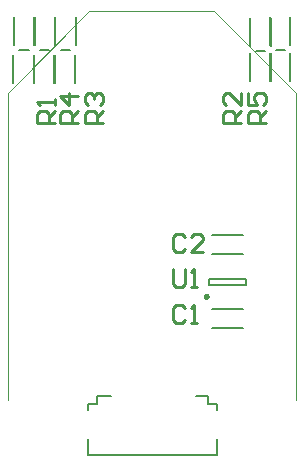
<source format=gto>
%FSLAX24Y24*%
%MOIN*%
%SFA1B1*%

%IPPOS*%
%ADD15C,0.010000*%
%ADD23C,0.009800*%
%ADD24C,0.008000*%
%ADD25C,0.007900*%
%ADD26C,0.003900*%
%ADD27C,0.005900*%
%LNpcb1-1*%
%LPD*%
G54D15*
X6100Y7350D02*
X6000Y7450D01*
X5800*
X5700Y7350*
Y6950*
X5800Y6850*
X6000*
X6100Y6950*
X6700Y6850D02*
X6300D01*
X6700Y7250*
Y7350*
X6600Y7450*
X6400*
X6300Y7350*
X5700Y6300D02*
Y5800D01*
X5800Y5700*
X6000*
X6100Y5800*
Y6300*
X6300Y5700D02*
X6500D01*
X6400*
Y6300*
X6300Y6200*
X6100Y5000D02*
X6000Y5100D01*
X5800*
X5700Y5000*
Y4600*
X5800Y4500*
X6000*
X6100Y4600*
X6300Y4500D02*
X6500D01*
X6400*
Y5100*
X6300Y5000*
X1753Y11150D02*
X1153D01*
Y11450*
X1253Y11550*
X1453*
X1553Y11450*
Y11150*
Y11350D02*
X1753Y11550D01*
Y11750D02*
Y11950D01*
Y11850*
X1153*
X1253Y11750*
X7950Y11150D02*
X7350D01*
Y11450*
X7450Y11550*
X7650*
X7750Y11450*
Y11150*
Y11350D02*
X7950Y11550D01*
Y12150D02*
Y11750D01*
X7550Y12150*
X7450*
X7350Y12050*
Y11850*
X7450Y11750*
X3339Y11150D02*
X2739D01*
Y11450*
X2839Y11550*
X3039*
X3139Y11450*
Y11150*
Y11350D02*
X3339Y11550D01*
X2839Y11750D02*
X2739Y11850D01*
Y12050*
X2839Y12150*
X2939*
X3039Y12050*
Y11950*
Y12050*
X3139Y12150*
X3239*
X3339Y12050*
Y11850*
X3239Y11750*
X2521Y11150D02*
X1921D01*
Y11450*
X2021Y11550*
X2221*
X2321Y11450*
Y11150*
Y11350D02*
X2521Y11550D01*
Y12050D02*
X1921D01*
X2221Y11750*
Y12150*
X8800Y11150D02*
X8200D01*
Y11450*
X8300Y11550*
X8500*
X8600Y11450*
Y11150*
Y11350D02*
X8800Y11550D01*
X8200Y12150D02*
Y11750D01*
X8500*
X8400Y11950*
Y12050*
X8500Y12150*
X8700*
X8800Y12050*
Y11850*
X8700Y11750*
G54D23*
X6841Y5378D02*
D01*
X6840Y5381*
X6840Y5384*
X6839Y5388*
X6839Y5391*
X6838Y5394*
X6836Y5397*
X6835Y5401*
X6833Y5403*
X6831Y5406*
X6829Y5409*
X6827Y5412*
X6824Y5414*
X6822Y5416*
X6819Y5418*
X6816Y5420*
X6813Y5422*
X6810Y5423*
X6807Y5424*
X6803Y5425*
X6800Y5426*
X6797Y5426*
X6793Y5426*
X6790*
X6786Y5426*
X6783Y5426*
X6780Y5425*
X6776Y5424*
X6773Y5423*
X6770Y5422*
X6767Y5420*
X6764Y5418*
X6761Y5416*
X6759Y5414*
X6756Y5412*
X6754Y5409*
X6752Y5406*
X6750Y5403*
X6748Y5401*
X6747Y5397*
X6745Y5394*
X6744Y5391*
X6744Y5388*
X6743Y5384*
X6743Y5381*
X6743Y5378*
X6743Y5374*
X6743Y5371*
X6744Y5367*
X6744Y5364*
X6745Y5361*
X6747Y5358*
X6748Y5354*
X6750Y5352*
X6752Y5349*
X6754Y5346*
X6756Y5343*
X6759Y5341*
X6761Y5339*
X6764Y5337*
X6767Y5335*
X6770Y5333*
X6773Y5332*
X6776Y5331*
X6780Y5330*
X6783Y5329*
X6786Y5329*
X6790Y5329*
X6793*
X6797Y5329*
X6800Y5329*
X6803Y5330*
X6807Y5331*
X6810Y5332*
X6813Y5333*
X6816Y5335*
X6819Y5337*
X6822Y5339*
X6824Y5341*
X6827Y5343*
X6829Y5346*
X6831Y5349*
X6833Y5352*
X6835Y5354*
X6836Y5358*
X6838Y5361*
X6839Y5364*
X6839Y5367*
X6840Y5371*
X6840Y5374*
X6841Y5378*
G54D24*
X6996Y7415D02*
X8004D01*
X6996Y6785D02*
X8004D01*
X6996Y4965D02*
X8004D01*
X6996Y4335D02*
X8004D01*
X1035Y12485D02*
Y13415D01*
X365Y12485D02*
Y13415D01*
X1729Y12485D02*
Y13415D01*
X1060Y12485D02*
Y13415D01*
X2423Y12485D02*
Y13415D01*
X1754Y12485D02*
Y13415D01*
X9600Y12551D02*
Y13480D01*
X8931Y12551D02*
Y13480D01*
X8935Y12551D02*
Y13480D01*
X8265Y12551D02*
Y13480D01*
X8441Y13560D02*
X8759D01*
X8935Y13735D02*
Y14665D01*
X8265Y13735D02*
Y14665D01*
X1941Y13576D02*
X2259D01*
X2435Y13751D02*
Y14680D01*
X1765Y13751D02*
Y14680D01*
X1246Y13576D02*
X1565D01*
X1740Y13751D02*
Y14680D01*
X1071Y13751D02*
Y14680D01*
X552Y13576D02*
X870D01*
X1046Y13751D02*
Y14680D01*
X377Y13751D02*
Y14680D01*
X9107Y13576D02*
X9425D01*
X9600Y13751D02*
Y14680D01*
X8931Y13751D02*
Y14680D01*
G54D25*
X6890Y5752D02*
Y5948D01*
X8110Y5752D02*
Y5948D01*
X6890Y5752D02*
X8110D01*
X6890Y5948D02*
X8110D01*
G54D26*
X6752Y14882D02*
X7067D01*
X9784Y12165*
X2894Y14882D02*
X3209D01*
X178Y12165D02*
X2894Y14882D01*
X3209D02*
X6752D01*
X9784Y1929D02*
Y12165D01*
X178Y1929D02*
Y12165D01*
G54D27*
X3135Y2055D02*
X3601D01*
X6866Y1800D02*
Y2055D01*
X2850Y86D02*
Y618D01*
Y86D02*
X7161D01*
X2850Y1582D02*
Y1799D01*
X3135D02*
Y2055D01*
X2850Y1799D02*
X3135D01*
X6866Y1800D02*
X7161D01*
Y1582D02*
Y1800D01*
Y86D02*
Y618D01*
X6441Y2055D02*
X6866D01*
M02*
</source>
